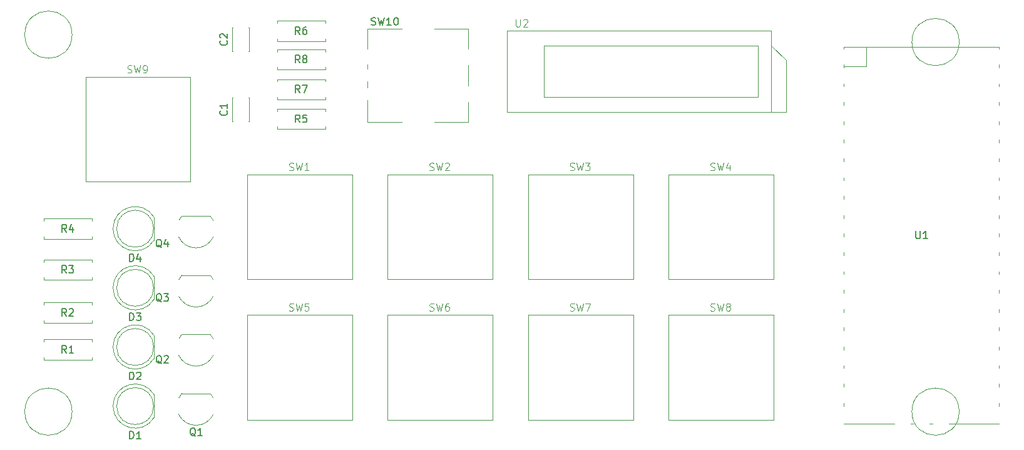
<source format=gbr>
%TF.GenerationSoftware,KiCad,Pcbnew,8.0.1*%
%TF.CreationDate,2024-04-20T14:30:11+01:00*%
%TF.ProjectId,macropad-rev1,6d616372-6f70-4616-942d-726576312e6b,r1*%
%TF.SameCoordinates,Original*%
%TF.FileFunction,Legend,Top*%
%TF.FilePolarity,Positive*%
%FSLAX46Y46*%
G04 Gerber Fmt 4.6, Leading zero omitted, Abs format (unit mm)*
G04 Created by KiCad (PCBNEW 8.0.1) date 2024-04-20 14:30:11*
%MOMM*%
%LPD*%
G01*
G04 APERTURE LIST*
%ADD10C,0.100000*%
%ADD11C,0.150000*%
%ADD12C,0.120000*%
G04 APERTURE END LIST*
D10*
X94200000Y-74000000D02*
G75*
G02*
X87800000Y-74000000I-3200000J0D01*
G01*
X87800000Y-74000000D02*
G75*
G02*
X94200000Y-74000000I3200000J0D01*
G01*
X94200000Y-125000000D02*
G75*
G02*
X87800000Y-125000000I-3200000J0D01*
G01*
X87800000Y-125000000D02*
G75*
G02*
X94200000Y-125000000I3200000J0D01*
G01*
X214200000Y-75000000D02*
G75*
G02*
X207800000Y-75000000I-3200000J0D01*
G01*
X207800000Y-75000000D02*
G75*
G02*
X214200000Y-75000000I3200000J0D01*
G01*
X214200000Y-125000000D02*
G75*
G02*
X207800000Y-125000000I-3200000J0D01*
G01*
X207800000Y-125000000D02*
G75*
G02*
X214200000Y-125000000I3200000J0D01*
G01*
X123566667Y-111309800D02*
X123709524Y-111357419D01*
X123709524Y-111357419D02*
X123947619Y-111357419D01*
X123947619Y-111357419D02*
X124042857Y-111309800D01*
X124042857Y-111309800D02*
X124090476Y-111262180D01*
X124090476Y-111262180D02*
X124138095Y-111166942D01*
X124138095Y-111166942D02*
X124138095Y-111071704D01*
X124138095Y-111071704D02*
X124090476Y-110976466D01*
X124090476Y-110976466D02*
X124042857Y-110928847D01*
X124042857Y-110928847D02*
X123947619Y-110881228D01*
X123947619Y-110881228D02*
X123757143Y-110833609D01*
X123757143Y-110833609D02*
X123661905Y-110785990D01*
X123661905Y-110785990D02*
X123614286Y-110738371D01*
X123614286Y-110738371D02*
X123566667Y-110643133D01*
X123566667Y-110643133D02*
X123566667Y-110547895D01*
X123566667Y-110547895D02*
X123614286Y-110452657D01*
X123614286Y-110452657D02*
X123661905Y-110405038D01*
X123661905Y-110405038D02*
X123757143Y-110357419D01*
X123757143Y-110357419D02*
X123995238Y-110357419D01*
X123995238Y-110357419D02*
X124138095Y-110405038D01*
X124471429Y-110357419D02*
X124709524Y-111357419D01*
X124709524Y-111357419D02*
X124900000Y-110643133D01*
X124900000Y-110643133D02*
X125090476Y-111357419D01*
X125090476Y-111357419D02*
X125328572Y-110357419D01*
X126185714Y-110357419D02*
X125709524Y-110357419D01*
X125709524Y-110357419D02*
X125661905Y-110833609D01*
X125661905Y-110833609D02*
X125709524Y-110785990D01*
X125709524Y-110785990D02*
X125804762Y-110738371D01*
X125804762Y-110738371D02*
X126042857Y-110738371D01*
X126042857Y-110738371D02*
X126138095Y-110785990D01*
X126138095Y-110785990D02*
X126185714Y-110833609D01*
X126185714Y-110833609D02*
X126233333Y-110928847D01*
X126233333Y-110928847D02*
X126233333Y-111166942D01*
X126233333Y-111166942D02*
X126185714Y-111262180D01*
X126185714Y-111262180D02*
X126138095Y-111309800D01*
X126138095Y-111309800D02*
X126042857Y-111357419D01*
X126042857Y-111357419D02*
X125804762Y-111357419D01*
X125804762Y-111357419D02*
X125709524Y-111309800D01*
X125709524Y-111309800D02*
X125661905Y-111262180D01*
D11*
X115109580Y-74816666D02*
X115157200Y-74864285D01*
X115157200Y-74864285D02*
X115204819Y-75007142D01*
X115204819Y-75007142D02*
X115204819Y-75102380D01*
X115204819Y-75102380D02*
X115157200Y-75245237D01*
X115157200Y-75245237D02*
X115061961Y-75340475D01*
X115061961Y-75340475D02*
X114966723Y-75388094D01*
X114966723Y-75388094D02*
X114776247Y-75435713D01*
X114776247Y-75435713D02*
X114633390Y-75435713D01*
X114633390Y-75435713D02*
X114442914Y-75388094D01*
X114442914Y-75388094D02*
X114347676Y-75340475D01*
X114347676Y-75340475D02*
X114252438Y-75245237D01*
X114252438Y-75245237D02*
X114204819Y-75102380D01*
X114204819Y-75102380D02*
X114204819Y-75007142D01*
X114204819Y-75007142D02*
X114252438Y-74864285D01*
X114252438Y-74864285D02*
X114300057Y-74816666D01*
X114300057Y-74435713D02*
X114252438Y-74388094D01*
X114252438Y-74388094D02*
X114204819Y-74292856D01*
X114204819Y-74292856D02*
X114204819Y-74054761D01*
X114204819Y-74054761D02*
X114252438Y-73959523D01*
X114252438Y-73959523D02*
X114300057Y-73911904D01*
X114300057Y-73911904D02*
X114395295Y-73864285D01*
X114395295Y-73864285D02*
X114490533Y-73864285D01*
X114490533Y-73864285D02*
X114633390Y-73911904D01*
X114633390Y-73911904D02*
X115204819Y-74483332D01*
X115204819Y-74483332D02*
X115204819Y-73864285D01*
X110904761Y-128300057D02*
X110809523Y-128252438D01*
X110809523Y-128252438D02*
X110714285Y-128157200D01*
X110714285Y-128157200D02*
X110571428Y-128014342D01*
X110571428Y-128014342D02*
X110476190Y-127966723D01*
X110476190Y-127966723D02*
X110380952Y-127966723D01*
X110428571Y-128204819D02*
X110333333Y-128157200D01*
X110333333Y-128157200D02*
X110238095Y-128061961D01*
X110238095Y-128061961D02*
X110190476Y-127871485D01*
X110190476Y-127871485D02*
X110190476Y-127538152D01*
X110190476Y-127538152D02*
X110238095Y-127347676D01*
X110238095Y-127347676D02*
X110333333Y-127252438D01*
X110333333Y-127252438D02*
X110428571Y-127204819D01*
X110428571Y-127204819D02*
X110619047Y-127204819D01*
X110619047Y-127204819D02*
X110714285Y-127252438D01*
X110714285Y-127252438D02*
X110809523Y-127347676D01*
X110809523Y-127347676D02*
X110857142Y-127538152D01*
X110857142Y-127538152D02*
X110857142Y-127871485D01*
X110857142Y-127871485D02*
X110809523Y-128061961D01*
X110809523Y-128061961D02*
X110714285Y-128157200D01*
X110714285Y-128157200D02*
X110619047Y-128204819D01*
X110619047Y-128204819D02*
X110428571Y-128204819D01*
X111809523Y-128204819D02*
X111238095Y-128204819D01*
X111523809Y-128204819D02*
X111523809Y-127204819D01*
X111523809Y-127204819D02*
X111428571Y-127347676D01*
X111428571Y-127347676D02*
X111333333Y-127442914D01*
X111333333Y-127442914D02*
X111238095Y-127490533D01*
D10*
X180566667Y-111309800D02*
X180709524Y-111357419D01*
X180709524Y-111357419D02*
X180947619Y-111357419D01*
X180947619Y-111357419D02*
X181042857Y-111309800D01*
X181042857Y-111309800D02*
X181090476Y-111262180D01*
X181090476Y-111262180D02*
X181138095Y-111166942D01*
X181138095Y-111166942D02*
X181138095Y-111071704D01*
X181138095Y-111071704D02*
X181090476Y-110976466D01*
X181090476Y-110976466D02*
X181042857Y-110928847D01*
X181042857Y-110928847D02*
X180947619Y-110881228D01*
X180947619Y-110881228D02*
X180757143Y-110833609D01*
X180757143Y-110833609D02*
X180661905Y-110785990D01*
X180661905Y-110785990D02*
X180614286Y-110738371D01*
X180614286Y-110738371D02*
X180566667Y-110643133D01*
X180566667Y-110643133D02*
X180566667Y-110547895D01*
X180566667Y-110547895D02*
X180614286Y-110452657D01*
X180614286Y-110452657D02*
X180661905Y-110405038D01*
X180661905Y-110405038D02*
X180757143Y-110357419D01*
X180757143Y-110357419D02*
X180995238Y-110357419D01*
X180995238Y-110357419D02*
X181138095Y-110405038D01*
X181471429Y-110357419D02*
X181709524Y-111357419D01*
X181709524Y-111357419D02*
X181900000Y-110643133D01*
X181900000Y-110643133D02*
X182090476Y-111357419D01*
X182090476Y-111357419D02*
X182328572Y-110357419D01*
X182852381Y-110785990D02*
X182757143Y-110738371D01*
X182757143Y-110738371D02*
X182709524Y-110690752D01*
X182709524Y-110690752D02*
X182661905Y-110595514D01*
X182661905Y-110595514D02*
X182661905Y-110547895D01*
X182661905Y-110547895D02*
X182709524Y-110452657D01*
X182709524Y-110452657D02*
X182757143Y-110405038D01*
X182757143Y-110405038D02*
X182852381Y-110357419D01*
X182852381Y-110357419D02*
X183042857Y-110357419D01*
X183042857Y-110357419D02*
X183138095Y-110405038D01*
X183138095Y-110405038D02*
X183185714Y-110452657D01*
X183185714Y-110452657D02*
X183233333Y-110547895D01*
X183233333Y-110547895D02*
X183233333Y-110595514D01*
X183233333Y-110595514D02*
X183185714Y-110690752D01*
X183185714Y-110690752D02*
X183138095Y-110738371D01*
X183138095Y-110738371D02*
X183042857Y-110785990D01*
X183042857Y-110785990D02*
X182852381Y-110785990D01*
X182852381Y-110785990D02*
X182757143Y-110833609D01*
X182757143Y-110833609D02*
X182709524Y-110881228D01*
X182709524Y-110881228D02*
X182661905Y-110976466D01*
X182661905Y-110976466D02*
X182661905Y-111166942D01*
X182661905Y-111166942D02*
X182709524Y-111262180D01*
X182709524Y-111262180D02*
X182757143Y-111309800D01*
X182757143Y-111309800D02*
X182852381Y-111357419D01*
X182852381Y-111357419D02*
X183042857Y-111357419D01*
X183042857Y-111357419D02*
X183138095Y-111309800D01*
X183138095Y-111309800D02*
X183185714Y-111262180D01*
X183185714Y-111262180D02*
X183233333Y-111166942D01*
X183233333Y-111166942D02*
X183233333Y-110976466D01*
X183233333Y-110976466D02*
X183185714Y-110881228D01*
X183185714Y-110881228D02*
X183138095Y-110833609D01*
X183138095Y-110833609D02*
X183042857Y-110785990D01*
D11*
X101991905Y-128664819D02*
X101991905Y-127664819D01*
X101991905Y-127664819D02*
X102230000Y-127664819D01*
X102230000Y-127664819D02*
X102372857Y-127712438D01*
X102372857Y-127712438D02*
X102468095Y-127807676D01*
X102468095Y-127807676D02*
X102515714Y-127902914D01*
X102515714Y-127902914D02*
X102563333Y-128093390D01*
X102563333Y-128093390D02*
X102563333Y-128236247D01*
X102563333Y-128236247D02*
X102515714Y-128426723D01*
X102515714Y-128426723D02*
X102468095Y-128521961D01*
X102468095Y-128521961D02*
X102372857Y-128617200D01*
X102372857Y-128617200D02*
X102230000Y-128664819D01*
X102230000Y-128664819D02*
X101991905Y-128664819D01*
X103515714Y-128664819D02*
X102944286Y-128664819D01*
X103230000Y-128664819D02*
X103230000Y-127664819D01*
X103230000Y-127664819D02*
X103134762Y-127807676D01*
X103134762Y-127807676D02*
X103039524Y-127902914D01*
X103039524Y-127902914D02*
X102944286Y-127950533D01*
X101991905Y-112664819D02*
X101991905Y-111664819D01*
X101991905Y-111664819D02*
X102230000Y-111664819D01*
X102230000Y-111664819D02*
X102372857Y-111712438D01*
X102372857Y-111712438D02*
X102468095Y-111807676D01*
X102468095Y-111807676D02*
X102515714Y-111902914D01*
X102515714Y-111902914D02*
X102563333Y-112093390D01*
X102563333Y-112093390D02*
X102563333Y-112236247D01*
X102563333Y-112236247D02*
X102515714Y-112426723D01*
X102515714Y-112426723D02*
X102468095Y-112521961D01*
X102468095Y-112521961D02*
X102372857Y-112617200D01*
X102372857Y-112617200D02*
X102230000Y-112664819D01*
X102230000Y-112664819D02*
X101991905Y-112664819D01*
X102896667Y-111664819D02*
X103515714Y-111664819D01*
X103515714Y-111664819D02*
X103182381Y-112045771D01*
X103182381Y-112045771D02*
X103325238Y-112045771D01*
X103325238Y-112045771D02*
X103420476Y-112093390D01*
X103420476Y-112093390D02*
X103468095Y-112141009D01*
X103468095Y-112141009D02*
X103515714Y-112236247D01*
X103515714Y-112236247D02*
X103515714Y-112474342D01*
X103515714Y-112474342D02*
X103468095Y-112569580D01*
X103468095Y-112569580D02*
X103420476Y-112617200D01*
X103420476Y-112617200D02*
X103325238Y-112664819D01*
X103325238Y-112664819D02*
X103039524Y-112664819D01*
X103039524Y-112664819D02*
X102944286Y-112617200D01*
X102944286Y-112617200D02*
X102896667Y-112569580D01*
D10*
X142566667Y-92309800D02*
X142709524Y-92357419D01*
X142709524Y-92357419D02*
X142947619Y-92357419D01*
X142947619Y-92357419D02*
X143042857Y-92309800D01*
X143042857Y-92309800D02*
X143090476Y-92262180D01*
X143090476Y-92262180D02*
X143138095Y-92166942D01*
X143138095Y-92166942D02*
X143138095Y-92071704D01*
X143138095Y-92071704D02*
X143090476Y-91976466D01*
X143090476Y-91976466D02*
X143042857Y-91928847D01*
X143042857Y-91928847D02*
X142947619Y-91881228D01*
X142947619Y-91881228D02*
X142757143Y-91833609D01*
X142757143Y-91833609D02*
X142661905Y-91785990D01*
X142661905Y-91785990D02*
X142614286Y-91738371D01*
X142614286Y-91738371D02*
X142566667Y-91643133D01*
X142566667Y-91643133D02*
X142566667Y-91547895D01*
X142566667Y-91547895D02*
X142614286Y-91452657D01*
X142614286Y-91452657D02*
X142661905Y-91405038D01*
X142661905Y-91405038D02*
X142757143Y-91357419D01*
X142757143Y-91357419D02*
X142995238Y-91357419D01*
X142995238Y-91357419D02*
X143138095Y-91405038D01*
X143471429Y-91357419D02*
X143709524Y-92357419D01*
X143709524Y-92357419D02*
X143900000Y-91643133D01*
X143900000Y-91643133D02*
X144090476Y-92357419D01*
X144090476Y-92357419D02*
X144328572Y-91357419D01*
X144661905Y-91452657D02*
X144709524Y-91405038D01*
X144709524Y-91405038D02*
X144804762Y-91357419D01*
X144804762Y-91357419D02*
X145042857Y-91357419D01*
X145042857Y-91357419D02*
X145138095Y-91405038D01*
X145138095Y-91405038D02*
X145185714Y-91452657D01*
X145185714Y-91452657D02*
X145233333Y-91547895D01*
X145233333Y-91547895D02*
X145233333Y-91643133D01*
X145233333Y-91643133D02*
X145185714Y-91785990D01*
X145185714Y-91785990D02*
X144614286Y-92357419D01*
X144614286Y-92357419D02*
X145233333Y-92357419D01*
D11*
X106324761Y-110150057D02*
X106229523Y-110102438D01*
X106229523Y-110102438D02*
X106134285Y-110007200D01*
X106134285Y-110007200D02*
X105991428Y-109864342D01*
X105991428Y-109864342D02*
X105896190Y-109816723D01*
X105896190Y-109816723D02*
X105800952Y-109816723D01*
X105848571Y-110054819D02*
X105753333Y-110007200D01*
X105753333Y-110007200D02*
X105658095Y-109911961D01*
X105658095Y-109911961D02*
X105610476Y-109721485D01*
X105610476Y-109721485D02*
X105610476Y-109388152D01*
X105610476Y-109388152D02*
X105658095Y-109197676D01*
X105658095Y-109197676D02*
X105753333Y-109102438D01*
X105753333Y-109102438D02*
X105848571Y-109054819D01*
X105848571Y-109054819D02*
X106039047Y-109054819D01*
X106039047Y-109054819D02*
X106134285Y-109102438D01*
X106134285Y-109102438D02*
X106229523Y-109197676D01*
X106229523Y-109197676D02*
X106277142Y-109388152D01*
X106277142Y-109388152D02*
X106277142Y-109721485D01*
X106277142Y-109721485D02*
X106229523Y-109911961D01*
X106229523Y-109911961D02*
X106134285Y-110007200D01*
X106134285Y-110007200D02*
X106039047Y-110054819D01*
X106039047Y-110054819D02*
X105848571Y-110054819D01*
X106610476Y-109054819D02*
X107229523Y-109054819D01*
X107229523Y-109054819D02*
X106896190Y-109435771D01*
X106896190Y-109435771D02*
X107039047Y-109435771D01*
X107039047Y-109435771D02*
X107134285Y-109483390D01*
X107134285Y-109483390D02*
X107181904Y-109531009D01*
X107181904Y-109531009D02*
X107229523Y-109626247D01*
X107229523Y-109626247D02*
X107229523Y-109864342D01*
X107229523Y-109864342D02*
X107181904Y-109959580D01*
X107181904Y-109959580D02*
X107134285Y-110007200D01*
X107134285Y-110007200D02*
X107039047Y-110054819D01*
X107039047Y-110054819D02*
X106753333Y-110054819D01*
X106753333Y-110054819D02*
X106658095Y-110007200D01*
X106658095Y-110007200D02*
X106610476Y-109959580D01*
X93443333Y-112054819D02*
X93110000Y-111578628D01*
X92871905Y-112054819D02*
X92871905Y-111054819D01*
X92871905Y-111054819D02*
X93252857Y-111054819D01*
X93252857Y-111054819D02*
X93348095Y-111102438D01*
X93348095Y-111102438D02*
X93395714Y-111150057D01*
X93395714Y-111150057D02*
X93443333Y-111245295D01*
X93443333Y-111245295D02*
X93443333Y-111388152D01*
X93443333Y-111388152D02*
X93395714Y-111483390D01*
X93395714Y-111483390D02*
X93348095Y-111531009D01*
X93348095Y-111531009D02*
X93252857Y-111578628D01*
X93252857Y-111578628D02*
X92871905Y-111578628D01*
X93824286Y-111150057D02*
X93871905Y-111102438D01*
X93871905Y-111102438D02*
X93967143Y-111054819D01*
X93967143Y-111054819D02*
X94205238Y-111054819D01*
X94205238Y-111054819D02*
X94300476Y-111102438D01*
X94300476Y-111102438D02*
X94348095Y-111150057D01*
X94348095Y-111150057D02*
X94395714Y-111245295D01*
X94395714Y-111245295D02*
X94395714Y-111340533D01*
X94395714Y-111340533D02*
X94348095Y-111483390D01*
X94348095Y-111483390D02*
X93776667Y-112054819D01*
X93776667Y-112054819D02*
X94395714Y-112054819D01*
D10*
X161566667Y-111309800D02*
X161709524Y-111357419D01*
X161709524Y-111357419D02*
X161947619Y-111357419D01*
X161947619Y-111357419D02*
X162042857Y-111309800D01*
X162042857Y-111309800D02*
X162090476Y-111262180D01*
X162090476Y-111262180D02*
X162138095Y-111166942D01*
X162138095Y-111166942D02*
X162138095Y-111071704D01*
X162138095Y-111071704D02*
X162090476Y-110976466D01*
X162090476Y-110976466D02*
X162042857Y-110928847D01*
X162042857Y-110928847D02*
X161947619Y-110881228D01*
X161947619Y-110881228D02*
X161757143Y-110833609D01*
X161757143Y-110833609D02*
X161661905Y-110785990D01*
X161661905Y-110785990D02*
X161614286Y-110738371D01*
X161614286Y-110738371D02*
X161566667Y-110643133D01*
X161566667Y-110643133D02*
X161566667Y-110547895D01*
X161566667Y-110547895D02*
X161614286Y-110452657D01*
X161614286Y-110452657D02*
X161661905Y-110405038D01*
X161661905Y-110405038D02*
X161757143Y-110357419D01*
X161757143Y-110357419D02*
X161995238Y-110357419D01*
X161995238Y-110357419D02*
X162138095Y-110405038D01*
X162471429Y-110357419D02*
X162709524Y-111357419D01*
X162709524Y-111357419D02*
X162900000Y-110643133D01*
X162900000Y-110643133D02*
X163090476Y-111357419D01*
X163090476Y-111357419D02*
X163328572Y-110357419D01*
X163614286Y-110357419D02*
X164280952Y-110357419D01*
X164280952Y-110357419D02*
X163852381Y-111357419D01*
D11*
X106324761Y-118500057D02*
X106229523Y-118452438D01*
X106229523Y-118452438D02*
X106134285Y-118357200D01*
X106134285Y-118357200D02*
X105991428Y-118214342D01*
X105991428Y-118214342D02*
X105896190Y-118166723D01*
X105896190Y-118166723D02*
X105800952Y-118166723D01*
X105848571Y-118404819D02*
X105753333Y-118357200D01*
X105753333Y-118357200D02*
X105658095Y-118261961D01*
X105658095Y-118261961D02*
X105610476Y-118071485D01*
X105610476Y-118071485D02*
X105610476Y-117738152D01*
X105610476Y-117738152D02*
X105658095Y-117547676D01*
X105658095Y-117547676D02*
X105753333Y-117452438D01*
X105753333Y-117452438D02*
X105848571Y-117404819D01*
X105848571Y-117404819D02*
X106039047Y-117404819D01*
X106039047Y-117404819D02*
X106134285Y-117452438D01*
X106134285Y-117452438D02*
X106229523Y-117547676D01*
X106229523Y-117547676D02*
X106277142Y-117738152D01*
X106277142Y-117738152D02*
X106277142Y-118071485D01*
X106277142Y-118071485D02*
X106229523Y-118261961D01*
X106229523Y-118261961D02*
X106134285Y-118357200D01*
X106134285Y-118357200D02*
X106039047Y-118404819D01*
X106039047Y-118404819D02*
X105848571Y-118404819D01*
X106658095Y-117500057D02*
X106705714Y-117452438D01*
X106705714Y-117452438D02*
X106800952Y-117404819D01*
X106800952Y-117404819D02*
X107039047Y-117404819D01*
X107039047Y-117404819D02*
X107134285Y-117452438D01*
X107134285Y-117452438D02*
X107181904Y-117500057D01*
X107181904Y-117500057D02*
X107229523Y-117595295D01*
X107229523Y-117595295D02*
X107229523Y-117690533D01*
X107229523Y-117690533D02*
X107181904Y-117833390D01*
X107181904Y-117833390D02*
X106610476Y-118404819D01*
X106610476Y-118404819D02*
X107229523Y-118404819D01*
X93443333Y-106254819D02*
X93110000Y-105778628D01*
X92871905Y-106254819D02*
X92871905Y-105254819D01*
X92871905Y-105254819D02*
X93252857Y-105254819D01*
X93252857Y-105254819D02*
X93348095Y-105302438D01*
X93348095Y-105302438D02*
X93395714Y-105350057D01*
X93395714Y-105350057D02*
X93443333Y-105445295D01*
X93443333Y-105445295D02*
X93443333Y-105588152D01*
X93443333Y-105588152D02*
X93395714Y-105683390D01*
X93395714Y-105683390D02*
X93348095Y-105731009D01*
X93348095Y-105731009D02*
X93252857Y-105778628D01*
X93252857Y-105778628D02*
X92871905Y-105778628D01*
X93776667Y-105254819D02*
X94395714Y-105254819D01*
X94395714Y-105254819D02*
X94062381Y-105635771D01*
X94062381Y-105635771D02*
X94205238Y-105635771D01*
X94205238Y-105635771D02*
X94300476Y-105683390D01*
X94300476Y-105683390D02*
X94348095Y-105731009D01*
X94348095Y-105731009D02*
X94395714Y-105826247D01*
X94395714Y-105826247D02*
X94395714Y-106064342D01*
X94395714Y-106064342D02*
X94348095Y-106159580D01*
X94348095Y-106159580D02*
X94300476Y-106207200D01*
X94300476Y-106207200D02*
X94205238Y-106254819D01*
X94205238Y-106254819D02*
X93919524Y-106254819D01*
X93919524Y-106254819D02*
X93824286Y-106207200D01*
X93824286Y-106207200D02*
X93776667Y-106159580D01*
X125023333Y-73954819D02*
X124690000Y-73478628D01*
X124451905Y-73954819D02*
X124451905Y-72954819D01*
X124451905Y-72954819D02*
X124832857Y-72954819D01*
X124832857Y-72954819D02*
X124928095Y-73002438D01*
X124928095Y-73002438D02*
X124975714Y-73050057D01*
X124975714Y-73050057D02*
X125023333Y-73145295D01*
X125023333Y-73145295D02*
X125023333Y-73288152D01*
X125023333Y-73288152D02*
X124975714Y-73383390D01*
X124975714Y-73383390D02*
X124928095Y-73431009D01*
X124928095Y-73431009D02*
X124832857Y-73478628D01*
X124832857Y-73478628D02*
X124451905Y-73478628D01*
X125880476Y-72954819D02*
X125690000Y-72954819D01*
X125690000Y-72954819D02*
X125594762Y-73002438D01*
X125594762Y-73002438D02*
X125547143Y-73050057D01*
X125547143Y-73050057D02*
X125451905Y-73192914D01*
X125451905Y-73192914D02*
X125404286Y-73383390D01*
X125404286Y-73383390D02*
X125404286Y-73764342D01*
X125404286Y-73764342D02*
X125451905Y-73859580D01*
X125451905Y-73859580D02*
X125499524Y-73907200D01*
X125499524Y-73907200D02*
X125594762Y-73954819D01*
X125594762Y-73954819D02*
X125785238Y-73954819D01*
X125785238Y-73954819D02*
X125880476Y-73907200D01*
X125880476Y-73907200D02*
X125928095Y-73859580D01*
X125928095Y-73859580D02*
X125975714Y-73764342D01*
X125975714Y-73764342D02*
X125975714Y-73526247D01*
X125975714Y-73526247D02*
X125928095Y-73431009D01*
X125928095Y-73431009D02*
X125880476Y-73383390D01*
X125880476Y-73383390D02*
X125785238Y-73335771D01*
X125785238Y-73335771D02*
X125594762Y-73335771D01*
X125594762Y-73335771D02*
X125499524Y-73383390D01*
X125499524Y-73383390D02*
X125451905Y-73431009D01*
X125451905Y-73431009D02*
X125404286Y-73526247D01*
X106324761Y-102800057D02*
X106229523Y-102752438D01*
X106229523Y-102752438D02*
X106134285Y-102657200D01*
X106134285Y-102657200D02*
X105991428Y-102514342D01*
X105991428Y-102514342D02*
X105896190Y-102466723D01*
X105896190Y-102466723D02*
X105800952Y-102466723D01*
X105848571Y-102704819D02*
X105753333Y-102657200D01*
X105753333Y-102657200D02*
X105658095Y-102561961D01*
X105658095Y-102561961D02*
X105610476Y-102371485D01*
X105610476Y-102371485D02*
X105610476Y-102038152D01*
X105610476Y-102038152D02*
X105658095Y-101847676D01*
X105658095Y-101847676D02*
X105753333Y-101752438D01*
X105753333Y-101752438D02*
X105848571Y-101704819D01*
X105848571Y-101704819D02*
X106039047Y-101704819D01*
X106039047Y-101704819D02*
X106134285Y-101752438D01*
X106134285Y-101752438D02*
X106229523Y-101847676D01*
X106229523Y-101847676D02*
X106277142Y-102038152D01*
X106277142Y-102038152D02*
X106277142Y-102371485D01*
X106277142Y-102371485D02*
X106229523Y-102561961D01*
X106229523Y-102561961D02*
X106134285Y-102657200D01*
X106134285Y-102657200D02*
X106039047Y-102704819D01*
X106039047Y-102704819D02*
X105848571Y-102704819D01*
X107134285Y-102038152D02*
X107134285Y-102704819D01*
X106896190Y-101657200D02*
X106658095Y-102371485D01*
X106658095Y-102371485D02*
X107277142Y-102371485D01*
X125023333Y-77804819D02*
X124690000Y-77328628D01*
X124451905Y-77804819D02*
X124451905Y-76804819D01*
X124451905Y-76804819D02*
X124832857Y-76804819D01*
X124832857Y-76804819D02*
X124928095Y-76852438D01*
X124928095Y-76852438D02*
X124975714Y-76900057D01*
X124975714Y-76900057D02*
X125023333Y-76995295D01*
X125023333Y-76995295D02*
X125023333Y-77138152D01*
X125023333Y-77138152D02*
X124975714Y-77233390D01*
X124975714Y-77233390D02*
X124928095Y-77281009D01*
X124928095Y-77281009D02*
X124832857Y-77328628D01*
X124832857Y-77328628D02*
X124451905Y-77328628D01*
X125594762Y-77233390D02*
X125499524Y-77185771D01*
X125499524Y-77185771D02*
X125451905Y-77138152D01*
X125451905Y-77138152D02*
X125404286Y-77042914D01*
X125404286Y-77042914D02*
X125404286Y-76995295D01*
X125404286Y-76995295D02*
X125451905Y-76900057D01*
X125451905Y-76900057D02*
X125499524Y-76852438D01*
X125499524Y-76852438D02*
X125594762Y-76804819D01*
X125594762Y-76804819D02*
X125785238Y-76804819D01*
X125785238Y-76804819D02*
X125880476Y-76852438D01*
X125880476Y-76852438D02*
X125928095Y-76900057D01*
X125928095Y-76900057D02*
X125975714Y-76995295D01*
X125975714Y-76995295D02*
X125975714Y-77042914D01*
X125975714Y-77042914D02*
X125928095Y-77138152D01*
X125928095Y-77138152D02*
X125880476Y-77185771D01*
X125880476Y-77185771D02*
X125785238Y-77233390D01*
X125785238Y-77233390D02*
X125594762Y-77233390D01*
X125594762Y-77233390D02*
X125499524Y-77281009D01*
X125499524Y-77281009D02*
X125451905Y-77328628D01*
X125451905Y-77328628D02*
X125404286Y-77423866D01*
X125404286Y-77423866D02*
X125404286Y-77614342D01*
X125404286Y-77614342D02*
X125451905Y-77709580D01*
X125451905Y-77709580D02*
X125499524Y-77757200D01*
X125499524Y-77757200D02*
X125594762Y-77804819D01*
X125594762Y-77804819D02*
X125785238Y-77804819D01*
X125785238Y-77804819D02*
X125880476Y-77757200D01*
X125880476Y-77757200D02*
X125928095Y-77709580D01*
X125928095Y-77709580D02*
X125975714Y-77614342D01*
X125975714Y-77614342D02*
X125975714Y-77423866D01*
X125975714Y-77423866D02*
X125928095Y-77328628D01*
X125928095Y-77328628D02*
X125880476Y-77281009D01*
X125880476Y-77281009D02*
X125785238Y-77233390D01*
X101991905Y-120664819D02*
X101991905Y-119664819D01*
X101991905Y-119664819D02*
X102230000Y-119664819D01*
X102230000Y-119664819D02*
X102372857Y-119712438D01*
X102372857Y-119712438D02*
X102468095Y-119807676D01*
X102468095Y-119807676D02*
X102515714Y-119902914D01*
X102515714Y-119902914D02*
X102563333Y-120093390D01*
X102563333Y-120093390D02*
X102563333Y-120236247D01*
X102563333Y-120236247D02*
X102515714Y-120426723D01*
X102515714Y-120426723D02*
X102468095Y-120521961D01*
X102468095Y-120521961D02*
X102372857Y-120617200D01*
X102372857Y-120617200D02*
X102230000Y-120664819D01*
X102230000Y-120664819D02*
X101991905Y-120664819D01*
X102944286Y-119760057D02*
X102991905Y-119712438D01*
X102991905Y-119712438D02*
X103087143Y-119664819D01*
X103087143Y-119664819D02*
X103325238Y-119664819D01*
X103325238Y-119664819D02*
X103420476Y-119712438D01*
X103420476Y-119712438D02*
X103468095Y-119760057D01*
X103468095Y-119760057D02*
X103515714Y-119855295D01*
X103515714Y-119855295D02*
X103515714Y-119950533D01*
X103515714Y-119950533D02*
X103468095Y-120093390D01*
X103468095Y-120093390D02*
X102896667Y-120664819D01*
X102896667Y-120664819D02*
X103515714Y-120664819D01*
X93443333Y-117054819D02*
X93110000Y-116578628D01*
X92871905Y-117054819D02*
X92871905Y-116054819D01*
X92871905Y-116054819D02*
X93252857Y-116054819D01*
X93252857Y-116054819D02*
X93348095Y-116102438D01*
X93348095Y-116102438D02*
X93395714Y-116150057D01*
X93395714Y-116150057D02*
X93443333Y-116245295D01*
X93443333Y-116245295D02*
X93443333Y-116388152D01*
X93443333Y-116388152D02*
X93395714Y-116483390D01*
X93395714Y-116483390D02*
X93348095Y-116531009D01*
X93348095Y-116531009D02*
X93252857Y-116578628D01*
X93252857Y-116578628D02*
X92871905Y-116578628D01*
X94395714Y-117054819D02*
X93824286Y-117054819D01*
X94110000Y-117054819D02*
X94110000Y-116054819D01*
X94110000Y-116054819D02*
X94014762Y-116197676D01*
X94014762Y-116197676D02*
X93919524Y-116292914D01*
X93919524Y-116292914D02*
X93824286Y-116340533D01*
X101991905Y-104664819D02*
X101991905Y-103664819D01*
X101991905Y-103664819D02*
X102230000Y-103664819D01*
X102230000Y-103664819D02*
X102372857Y-103712438D01*
X102372857Y-103712438D02*
X102468095Y-103807676D01*
X102468095Y-103807676D02*
X102515714Y-103902914D01*
X102515714Y-103902914D02*
X102563333Y-104093390D01*
X102563333Y-104093390D02*
X102563333Y-104236247D01*
X102563333Y-104236247D02*
X102515714Y-104426723D01*
X102515714Y-104426723D02*
X102468095Y-104521961D01*
X102468095Y-104521961D02*
X102372857Y-104617200D01*
X102372857Y-104617200D02*
X102230000Y-104664819D01*
X102230000Y-104664819D02*
X101991905Y-104664819D01*
X103420476Y-103998152D02*
X103420476Y-104664819D01*
X103182381Y-103617200D02*
X102944286Y-104331485D01*
X102944286Y-104331485D02*
X103563333Y-104331485D01*
D10*
X101686667Y-79109800D02*
X101829524Y-79157419D01*
X101829524Y-79157419D02*
X102067619Y-79157419D01*
X102067619Y-79157419D02*
X102162857Y-79109800D01*
X102162857Y-79109800D02*
X102210476Y-79062180D01*
X102210476Y-79062180D02*
X102258095Y-78966942D01*
X102258095Y-78966942D02*
X102258095Y-78871704D01*
X102258095Y-78871704D02*
X102210476Y-78776466D01*
X102210476Y-78776466D02*
X102162857Y-78728847D01*
X102162857Y-78728847D02*
X102067619Y-78681228D01*
X102067619Y-78681228D02*
X101877143Y-78633609D01*
X101877143Y-78633609D02*
X101781905Y-78585990D01*
X101781905Y-78585990D02*
X101734286Y-78538371D01*
X101734286Y-78538371D02*
X101686667Y-78443133D01*
X101686667Y-78443133D02*
X101686667Y-78347895D01*
X101686667Y-78347895D02*
X101734286Y-78252657D01*
X101734286Y-78252657D02*
X101781905Y-78205038D01*
X101781905Y-78205038D02*
X101877143Y-78157419D01*
X101877143Y-78157419D02*
X102115238Y-78157419D01*
X102115238Y-78157419D02*
X102258095Y-78205038D01*
X102591429Y-78157419D02*
X102829524Y-79157419D01*
X102829524Y-79157419D02*
X103020000Y-78443133D01*
X103020000Y-78443133D02*
X103210476Y-79157419D01*
X103210476Y-79157419D02*
X103448572Y-78157419D01*
X103877143Y-79157419D02*
X104067619Y-79157419D01*
X104067619Y-79157419D02*
X104162857Y-79109800D01*
X104162857Y-79109800D02*
X104210476Y-79062180D01*
X104210476Y-79062180D02*
X104305714Y-78919323D01*
X104305714Y-78919323D02*
X104353333Y-78728847D01*
X104353333Y-78728847D02*
X104353333Y-78347895D01*
X104353333Y-78347895D02*
X104305714Y-78252657D01*
X104305714Y-78252657D02*
X104258095Y-78205038D01*
X104258095Y-78205038D02*
X104162857Y-78157419D01*
X104162857Y-78157419D02*
X103972381Y-78157419D01*
X103972381Y-78157419D02*
X103877143Y-78205038D01*
X103877143Y-78205038D02*
X103829524Y-78252657D01*
X103829524Y-78252657D02*
X103781905Y-78347895D01*
X103781905Y-78347895D02*
X103781905Y-78585990D01*
X103781905Y-78585990D02*
X103829524Y-78681228D01*
X103829524Y-78681228D02*
X103877143Y-78728847D01*
X103877143Y-78728847D02*
X103972381Y-78776466D01*
X103972381Y-78776466D02*
X104162857Y-78776466D01*
X104162857Y-78776466D02*
X104258095Y-78728847D01*
X104258095Y-78728847D02*
X104305714Y-78681228D01*
X104305714Y-78681228D02*
X104353333Y-78585990D01*
D11*
X125023333Y-81854819D02*
X124690000Y-81378628D01*
X124451905Y-81854819D02*
X124451905Y-80854819D01*
X124451905Y-80854819D02*
X124832857Y-80854819D01*
X124832857Y-80854819D02*
X124928095Y-80902438D01*
X124928095Y-80902438D02*
X124975714Y-80950057D01*
X124975714Y-80950057D02*
X125023333Y-81045295D01*
X125023333Y-81045295D02*
X125023333Y-81188152D01*
X125023333Y-81188152D02*
X124975714Y-81283390D01*
X124975714Y-81283390D02*
X124928095Y-81331009D01*
X124928095Y-81331009D02*
X124832857Y-81378628D01*
X124832857Y-81378628D02*
X124451905Y-81378628D01*
X125356667Y-80854819D02*
X126023333Y-80854819D01*
X126023333Y-80854819D02*
X125594762Y-81854819D01*
D10*
X123566667Y-92309800D02*
X123709524Y-92357419D01*
X123709524Y-92357419D02*
X123947619Y-92357419D01*
X123947619Y-92357419D02*
X124042857Y-92309800D01*
X124042857Y-92309800D02*
X124090476Y-92262180D01*
X124090476Y-92262180D02*
X124138095Y-92166942D01*
X124138095Y-92166942D02*
X124138095Y-92071704D01*
X124138095Y-92071704D02*
X124090476Y-91976466D01*
X124090476Y-91976466D02*
X124042857Y-91928847D01*
X124042857Y-91928847D02*
X123947619Y-91881228D01*
X123947619Y-91881228D02*
X123757143Y-91833609D01*
X123757143Y-91833609D02*
X123661905Y-91785990D01*
X123661905Y-91785990D02*
X123614286Y-91738371D01*
X123614286Y-91738371D02*
X123566667Y-91643133D01*
X123566667Y-91643133D02*
X123566667Y-91547895D01*
X123566667Y-91547895D02*
X123614286Y-91452657D01*
X123614286Y-91452657D02*
X123661905Y-91405038D01*
X123661905Y-91405038D02*
X123757143Y-91357419D01*
X123757143Y-91357419D02*
X123995238Y-91357419D01*
X123995238Y-91357419D02*
X124138095Y-91405038D01*
X124471429Y-91357419D02*
X124709524Y-92357419D01*
X124709524Y-92357419D02*
X124900000Y-91643133D01*
X124900000Y-91643133D02*
X125090476Y-92357419D01*
X125090476Y-92357419D02*
X125328572Y-91357419D01*
X126233333Y-92357419D02*
X125661905Y-92357419D01*
X125947619Y-92357419D02*
X125947619Y-91357419D01*
X125947619Y-91357419D02*
X125852381Y-91500276D01*
X125852381Y-91500276D02*
X125757143Y-91595514D01*
X125757143Y-91595514D02*
X125661905Y-91643133D01*
X161566667Y-92309800D02*
X161709524Y-92357419D01*
X161709524Y-92357419D02*
X161947619Y-92357419D01*
X161947619Y-92357419D02*
X162042857Y-92309800D01*
X162042857Y-92309800D02*
X162090476Y-92262180D01*
X162090476Y-92262180D02*
X162138095Y-92166942D01*
X162138095Y-92166942D02*
X162138095Y-92071704D01*
X162138095Y-92071704D02*
X162090476Y-91976466D01*
X162090476Y-91976466D02*
X162042857Y-91928847D01*
X162042857Y-91928847D02*
X161947619Y-91881228D01*
X161947619Y-91881228D02*
X161757143Y-91833609D01*
X161757143Y-91833609D02*
X161661905Y-91785990D01*
X161661905Y-91785990D02*
X161614286Y-91738371D01*
X161614286Y-91738371D02*
X161566667Y-91643133D01*
X161566667Y-91643133D02*
X161566667Y-91547895D01*
X161566667Y-91547895D02*
X161614286Y-91452657D01*
X161614286Y-91452657D02*
X161661905Y-91405038D01*
X161661905Y-91405038D02*
X161757143Y-91357419D01*
X161757143Y-91357419D02*
X161995238Y-91357419D01*
X161995238Y-91357419D02*
X162138095Y-91405038D01*
X162471429Y-91357419D02*
X162709524Y-92357419D01*
X162709524Y-92357419D02*
X162900000Y-91643133D01*
X162900000Y-91643133D02*
X163090476Y-92357419D01*
X163090476Y-92357419D02*
X163328572Y-91357419D01*
X163614286Y-91357419D02*
X164233333Y-91357419D01*
X164233333Y-91357419D02*
X163900000Y-91738371D01*
X163900000Y-91738371D02*
X164042857Y-91738371D01*
X164042857Y-91738371D02*
X164138095Y-91785990D01*
X164138095Y-91785990D02*
X164185714Y-91833609D01*
X164185714Y-91833609D02*
X164233333Y-91928847D01*
X164233333Y-91928847D02*
X164233333Y-92166942D01*
X164233333Y-92166942D02*
X164185714Y-92262180D01*
X164185714Y-92262180D02*
X164138095Y-92309800D01*
X164138095Y-92309800D02*
X164042857Y-92357419D01*
X164042857Y-92357419D02*
X163757143Y-92357419D01*
X163757143Y-92357419D02*
X163661905Y-92309800D01*
X163661905Y-92309800D02*
X163614286Y-92262180D01*
X154238095Y-71917419D02*
X154238095Y-72726942D01*
X154238095Y-72726942D02*
X154285714Y-72822180D01*
X154285714Y-72822180D02*
X154333333Y-72869800D01*
X154333333Y-72869800D02*
X154428571Y-72917419D01*
X154428571Y-72917419D02*
X154619047Y-72917419D01*
X154619047Y-72917419D02*
X154714285Y-72869800D01*
X154714285Y-72869800D02*
X154761904Y-72822180D01*
X154761904Y-72822180D02*
X154809523Y-72726942D01*
X154809523Y-72726942D02*
X154809523Y-71917419D01*
X155238095Y-72012657D02*
X155285714Y-71965038D01*
X155285714Y-71965038D02*
X155380952Y-71917419D01*
X155380952Y-71917419D02*
X155619047Y-71917419D01*
X155619047Y-71917419D02*
X155714285Y-71965038D01*
X155714285Y-71965038D02*
X155761904Y-72012657D01*
X155761904Y-72012657D02*
X155809523Y-72107895D01*
X155809523Y-72107895D02*
X155809523Y-72203133D01*
X155809523Y-72203133D02*
X155761904Y-72345990D01*
X155761904Y-72345990D02*
X155190476Y-72917419D01*
X155190476Y-72917419D02*
X155809523Y-72917419D01*
D11*
X134690476Y-72657200D02*
X134833333Y-72704819D01*
X134833333Y-72704819D02*
X135071428Y-72704819D01*
X135071428Y-72704819D02*
X135166666Y-72657200D01*
X135166666Y-72657200D02*
X135214285Y-72609580D01*
X135214285Y-72609580D02*
X135261904Y-72514342D01*
X135261904Y-72514342D02*
X135261904Y-72419104D01*
X135261904Y-72419104D02*
X135214285Y-72323866D01*
X135214285Y-72323866D02*
X135166666Y-72276247D01*
X135166666Y-72276247D02*
X135071428Y-72228628D01*
X135071428Y-72228628D02*
X134880952Y-72181009D01*
X134880952Y-72181009D02*
X134785714Y-72133390D01*
X134785714Y-72133390D02*
X134738095Y-72085771D01*
X134738095Y-72085771D02*
X134690476Y-71990533D01*
X134690476Y-71990533D02*
X134690476Y-71895295D01*
X134690476Y-71895295D02*
X134738095Y-71800057D01*
X134738095Y-71800057D02*
X134785714Y-71752438D01*
X134785714Y-71752438D02*
X134880952Y-71704819D01*
X134880952Y-71704819D02*
X135119047Y-71704819D01*
X135119047Y-71704819D02*
X135261904Y-71752438D01*
X135595238Y-71704819D02*
X135833333Y-72704819D01*
X135833333Y-72704819D02*
X136023809Y-71990533D01*
X136023809Y-71990533D02*
X136214285Y-72704819D01*
X136214285Y-72704819D02*
X136452381Y-71704819D01*
X137357142Y-72704819D02*
X136785714Y-72704819D01*
X137071428Y-72704819D02*
X137071428Y-71704819D01*
X137071428Y-71704819D02*
X136976190Y-71847676D01*
X136976190Y-71847676D02*
X136880952Y-71942914D01*
X136880952Y-71942914D02*
X136785714Y-71990533D01*
X137976190Y-71704819D02*
X138071428Y-71704819D01*
X138071428Y-71704819D02*
X138166666Y-71752438D01*
X138166666Y-71752438D02*
X138214285Y-71800057D01*
X138214285Y-71800057D02*
X138261904Y-71895295D01*
X138261904Y-71895295D02*
X138309523Y-72085771D01*
X138309523Y-72085771D02*
X138309523Y-72323866D01*
X138309523Y-72323866D02*
X138261904Y-72514342D01*
X138261904Y-72514342D02*
X138214285Y-72609580D01*
X138214285Y-72609580D02*
X138166666Y-72657200D01*
X138166666Y-72657200D02*
X138071428Y-72704819D01*
X138071428Y-72704819D02*
X137976190Y-72704819D01*
X137976190Y-72704819D02*
X137880952Y-72657200D01*
X137880952Y-72657200D02*
X137833333Y-72609580D01*
X137833333Y-72609580D02*
X137785714Y-72514342D01*
X137785714Y-72514342D02*
X137738095Y-72323866D01*
X137738095Y-72323866D02*
X137738095Y-72085771D01*
X137738095Y-72085771D02*
X137785714Y-71895295D01*
X137785714Y-71895295D02*
X137833333Y-71800057D01*
X137833333Y-71800057D02*
X137880952Y-71752438D01*
X137880952Y-71752438D02*
X137976190Y-71704819D01*
X93443333Y-100704819D02*
X93110000Y-100228628D01*
X92871905Y-100704819D02*
X92871905Y-99704819D01*
X92871905Y-99704819D02*
X93252857Y-99704819D01*
X93252857Y-99704819D02*
X93348095Y-99752438D01*
X93348095Y-99752438D02*
X93395714Y-99800057D01*
X93395714Y-99800057D02*
X93443333Y-99895295D01*
X93443333Y-99895295D02*
X93443333Y-100038152D01*
X93443333Y-100038152D02*
X93395714Y-100133390D01*
X93395714Y-100133390D02*
X93348095Y-100181009D01*
X93348095Y-100181009D02*
X93252857Y-100228628D01*
X93252857Y-100228628D02*
X92871905Y-100228628D01*
X94300476Y-100038152D02*
X94300476Y-100704819D01*
X94062381Y-99657200D02*
X93824286Y-100371485D01*
X93824286Y-100371485D02*
X94443333Y-100371485D01*
X125023333Y-85854819D02*
X124690000Y-85378628D01*
X124451905Y-85854819D02*
X124451905Y-84854819D01*
X124451905Y-84854819D02*
X124832857Y-84854819D01*
X124832857Y-84854819D02*
X124928095Y-84902438D01*
X124928095Y-84902438D02*
X124975714Y-84950057D01*
X124975714Y-84950057D02*
X125023333Y-85045295D01*
X125023333Y-85045295D02*
X125023333Y-85188152D01*
X125023333Y-85188152D02*
X124975714Y-85283390D01*
X124975714Y-85283390D02*
X124928095Y-85331009D01*
X124928095Y-85331009D02*
X124832857Y-85378628D01*
X124832857Y-85378628D02*
X124451905Y-85378628D01*
X125928095Y-84854819D02*
X125451905Y-84854819D01*
X125451905Y-84854819D02*
X125404286Y-85331009D01*
X125404286Y-85331009D02*
X125451905Y-85283390D01*
X125451905Y-85283390D02*
X125547143Y-85235771D01*
X125547143Y-85235771D02*
X125785238Y-85235771D01*
X125785238Y-85235771D02*
X125880476Y-85283390D01*
X125880476Y-85283390D02*
X125928095Y-85331009D01*
X125928095Y-85331009D02*
X125975714Y-85426247D01*
X125975714Y-85426247D02*
X125975714Y-85664342D01*
X125975714Y-85664342D02*
X125928095Y-85759580D01*
X125928095Y-85759580D02*
X125880476Y-85807200D01*
X125880476Y-85807200D02*
X125785238Y-85854819D01*
X125785238Y-85854819D02*
X125547143Y-85854819D01*
X125547143Y-85854819D02*
X125451905Y-85807200D01*
X125451905Y-85807200D02*
X125404286Y-85759580D01*
X115109580Y-84316666D02*
X115157200Y-84364285D01*
X115157200Y-84364285D02*
X115204819Y-84507142D01*
X115204819Y-84507142D02*
X115204819Y-84602380D01*
X115204819Y-84602380D02*
X115157200Y-84745237D01*
X115157200Y-84745237D02*
X115061961Y-84840475D01*
X115061961Y-84840475D02*
X114966723Y-84888094D01*
X114966723Y-84888094D02*
X114776247Y-84935713D01*
X114776247Y-84935713D02*
X114633390Y-84935713D01*
X114633390Y-84935713D02*
X114442914Y-84888094D01*
X114442914Y-84888094D02*
X114347676Y-84840475D01*
X114347676Y-84840475D02*
X114252438Y-84745237D01*
X114252438Y-84745237D02*
X114204819Y-84602380D01*
X114204819Y-84602380D02*
X114204819Y-84507142D01*
X114204819Y-84507142D02*
X114252438Y-84364285D01*
X114252438Y-84364285D02*
X114300057Y-84316666D01*
X115204819Y-83364285D02*
X115204819Y-83935713D01*
X115204819Y-83649999D02*
X114204819Y-83649999D01*
X114204819Y-83649999D02*
X114347676Y-83745237D01*
X114347676Y-83745237D02*
X114442914Y-83840475D01*
X114442914Y-83840475D02*
X114490533Y-83935713D01*
X208348095Y-100584819D02*
X208348095Y-101394342D01*
X208348095Y-101394342D02*
X208395714Y-101489580D01*
X208395714Y-101489580D02*
X208443333Y-101537200D01*
X208443333Y-101537200D02*
X208538571Y-101584819D01*
X208538571Y-101584819D02*
X208729047Y-101584819D01*
X208729047Y-101584819D02*
X208824285Y-101537200D01*
X208824285Y-101537200D02*
X208871904Y-101489580D01*
X208871904Y-101489580D02*
X208919523Y-101394342D01*
X208919523Y-101394342D02*
X208919523Y-100584819D01*
X209919523Y-101584819D02*
X209348095Y-101584819D01*
X209633809Y-101584819D02*
X209633809Y-100584819D01*
X209633809Y-100584819D02*
X209538571Y-100727676D01*
X209538571Y-100727676D02*
X209443333Y-100822914D01*
X209443333Y-100822914D02*
X209348095Y-100870533D01*
D10*
X142566667Y-111309800D02*
X142709524Y-111357419D01*
X142709524Y-111357419D02*
X142947619Y-111357419D01*
X142947619Y-111357419D02*
X143042857Y-111309800D01*
X143042857Y-111309800D02*
X143090476Y-111262180D01*
X143090476Y-111262180D02*
X143138095Y-111166942D01*
X143138095Y-111166942D02*
X143138095Y-111071704D01*
X143138095Y-111071704D02*
X143090476Y-110976466D01*
X143090476Y-110976466D02*
X143042857Y-110928847D01*
X143042857Y-110928847D02*
X142947619Y-110881228D01*
X142947619Y-110881228D02*
X142757143Y-110833609D01*
X142757143Y-110833609D02*
X142661905Y-110785990D01*
X142661905Y-110785990D02*
X142614286Y-110738371D01*
X142614286Y-110738371D02*
X142566667Y-110643133D01*
X142566667Y-110643133D02*
X142566667Y-110547895D01*
X142566667Y-110547895D02*
X142614286Y-110452657D01*
X142614286Y-110452657D02*
X142661905Y-110405038D01*
X142661905Y-110405038D02*
X142757143Y-110357419D01*
X142757143Y-110357419D02*
X142995238Y-110357419D01*
X142995238Y-110357419D02*
X143138095Y-110405038D01*
X143471429Y-110357419D02*
X143709524Y-111357419D01*
X143709524Y-111357419D02*
X143900000Y-110643133D01*
X143900000Y-110643133D02*
X144090476Y-111357419D01*
X144090476Y-111357419D02*
X144328572Y-110357419D01*
X145138095Y-110357419D02*
X144947619Y-110357419D01*
X144947619Y-110357419D02*
X144852381Y-110405038D01*
X144852381Y-110405038D02*
X144804762Y-110452657D01*
X144804762Y-110452657D02*
X144709524Y-110595514D01*
X144709524Y-110595514D02*
X144661905Y-110785990D01*
X144661905Y-110785990D02*
X144661905Y-111166942D01*
X144661905Y-111166942D02*
X144709524Y-111262180D01*
X144709524Y-111262180D02*
X144757143Y-111309800D01*
X144757143Y-111309800D02*
X144852381Y-111357419D01*
X144852381Y-111357419D02*
X145042857Y-111357419D01*
X145042857Y-111357419D02*
X145138095Y-111309800D01*
X145138095Y-111309800D02*
X145185714Y-111262180D01*
X145185714Y-111262180D02*
X145233333Y-111166942D01*
X145233333Y-111166942D02*
X145233333Y-110928847D01*
X145233333Y-110928847D02*
X145185714Y-110833609D01*
X145185714Y-110833609D02*
X145138095Y-110785990D01*
X145138095Y-110785990D02*
X145042857Y-110738371D01*
X145042857Y-110738371D02*
X144852381Y-110738371D01*
X144852381Y-110738371D02*
X144757143Y-110785990D01*
X144757143Y-110785990D02*
X144709524Y-110833609D01*
X144709524Y-110833609D02*
X144661905Y-110928847D01*
X180566667Y-92309800D02*
X180709524Y-92357419D01*
X180709524Y-92357419D02*
X180947619Y-92357419D01*
X180947619Y-92357419D02*
X181042857Y-92309800D01*
X181042857Y-92309800D02*
X181090476Y-92262180D01*
X181090476Y-92262180D02*
X181138095Y-92166942D01*
X181138095Y-92166942D02*
X181138095Y-92071704D01*
X181138095Y-92071704D02*
X181090476Y-91976466D01*
X181090476Y-91976466D02*
X181042857Y-91928847D01*
X181042857Y-91928847D02*
X180947619Y-91881228D01*
X180947619Y-91881228D02*
X180757143Y-91833609D01*
X180757143Y-91833609D02*
X180661905Y-91785990D01*
X180661905Y-91785990D02*
X180614286Y-91738371D01*
X180614286Y-91738371D02*
X180566667Y-91643133D01*
X180566667Y-91643133D02*
X180566667Y-91547895D01*
X180566667Y-91547895D02*
X180614286Y-91452657D01*
X180614286Y-91452657D02*
X180661905Y-91405038D01*
X180661905Y-91405038D02*
X180757143Y-91357419D01*
X180757143Y-91357419D02*
X180995238Y-91357419D01*
X180995238Y-91357419D02*
X181138095Y-91405038D01*
X181471429Y-91357419D02*
X181709524Y-92357419D01*
X181709524Y-92357419D02*
X181900000Y-91643133D01*
X181900000Y-91643133D02*
X182090476Y-92357419D01*
X182090476Y-92357419D02*
X182328572Y-91357419D01*
X183138095Y-91690752D02*
X183138095Y-92357419D01*
X182900000Y-91309800D02*
X182661905Y-92024085D01*
X182661905Y-92024085D02*
X183280952Y-92024085D01*
D12*
%TO.C,SW5*%
X117900000Y-111900000D02*
X117900000Y-126100000D01*
X117900000Y-126100000D02*
X132100000Y-126100000D01*
X132100000Y-111900000D02*
X117900000Y-111900000D01*
X132100000Y-126100000D02*
X132100000Y-111900000D01*
%TO.C,C2*%
X115880000Y-73030000D02*
X115945000Y-73030000D01*
X115880000Y-76270000D02*
X115880000Y-73030000D01*
X115880000Y-76270000D02*
X115945000Y-76270000D01*
X118055000Y-73030000D02*
X118120000Y-73030000D01*
X118055000Y-76270000D02*
X118120000Y-76270000D01*
X118120000Y-76270000D02*
X118120000Y-73030000D01*
%TO.C,Q1*%
X112900000Y-122550000D02*
X109050000Y-122550000D01*
X108657618Y-123137736D02*
G75*
G02*
X109050001Y-122550001I2302382J-1112264D01*
G01*
X110960000Y-126850000D02*
G75*
G02*
X108603600Y-125348807I0J2600000D01*
G01*
X112900000Y-122550000D02*
G75*
G02*
X113282631Y-123127955I-1940000J-1700000D01*
G01*
X113316399Y-125348807D02*
G75*
G02*
X110960000Y-126849999I-2356399J1098807D01*
G01*
%TO.C,SW8*%
X174900000Y-111900000D02*
X174900000Y-126100000D01*
X174900000Y-126100000D02*
X189100000Y-126100000D01*
X189100000Y-111900000D02*
X174900000Y-111900000D01*
X189100000Y-126100000D02*
X189100000Y-111900000D01*
%TO.C,D1*%
X105290000Y-125795000D02*
X105290000Y-122705000D01*
X99740000Y-124250462D02*
G75*
G02*
X105290000Y-122705170I2990000J462D01*
G01*
X105289999Y-125794830D02*
G75*
G02*
X99740001Y-124249538I-2559999J1544830D01*
G01*
X105230000Y-124250000D02*
G75*
G02*
X100230000Y-124250000I-2500000J0D01*
G01*
X100230000Y-124250000D02*
G75*
G02*
X105230000Y-124250000I2500000J0D01*
G01*
%TO.C,D3*%
X105290000Y-109795000D02*
X105290000Y-106705000D01*
X99740000Y-108250462D02*
G75*
G02*
X105290000Y-106705170I2990000J462D01*
G01*
X105289999Y-109794830D02*
G75*
G02*
X99740001Y-108249538I-2559999J1544830D01*
G01*
X105230000Y-108250000D02*
G75*
G02*
X100230000Y-108250000I-2500000J0D01*
G01*
X100230000Y-108250000D02*
G75*
G02*
X105230000Y-108250000I2500000J0D01*
G01*
%TO.C,SW2*%
X136900000Y-92900000D02*
X136900000Y-107100000D01*
X136900000Y-107100000D02*
X151100000Y-107100000D01*
X151100000Y-92900000D02*
X136900000Y-92900000D01*
X151100000Y-107100000D02*
X151100000Y-92900000D01*
%TO.C,Q3*%
X112900000Y-106550000D02*
X109050000Y-106550000D01*
X108657618Y-107137736D02*
G75*
G02*
X109050001Y-106550001I2302382J-1112264D01*
G01*
X110960000Y-110850000D02*
G75*
G02*
X108603600Y-109348807I0J2600000D01*
G01*
X112900000Y-106550000D02*
G75*
G02*
X113282631Y-107127955I-1940000J-1700000D01*
G01*
X113316399Y-109348807D02*
G75*
G02*
X110960000Y-110849999I-2356399J1098807D01*
G01*
%TO.C,R2*%
X90340000Y-110230000D02*
X90340000Y-110560000D01*
X90340000Y-112970000D02*
X90340000Y-112640000D01*
X96880000Y-110230000D02*
X90340000Y-110230000D01*
X96880000Y-110560000D02*
X96880000Y-110230000D01*
X96880000Y-112640000D02*
X96880000Y-112970000D01*
X96880000Y-112970000D02*
X90340000Y-112970000D01*
%TO.C,SW7*%
X155900000Y-111900000D02*
X155900000Y-126100000D01*
X155900000Y-126100000D02*
X170100000Y-126100000D01*
X170100000Y-111900000D02*
X155900000Y-111900000D01*
X170100000Y-126100000D02*
X170100000Y-111900000D01*
%TO.C,Q2*%
X112900000Y-114550000D02*
X109050000Y-114550000D01*
X108657618Y-115137736D02*
G75*
G02*
X109050001Y-114550001I2302382J-1112264D01*
G01*
X110960000Y-118850000D02*
G75*
G02*
X108603600Y-117348807I0J2600000D01*
G01*
X112900000Y-114550000D02*
G75*
G02*
X113282631Y-115127955I-1940000J-1700000D01*
G01*
X113316399Y-117348807D02*
G75*
G02*
X110960000Y-118849999I-2356399J1098807D01*
G01*
%TO.C,R3*%
X90340000Y-104430000D02*
X90340000Y-104760000D01*
X90340000Y-107170000D02*
X90340000Y-106840000D01*
X96880000Y-104430000D02*
X90340000Y-104430000D01*
X96880000Y-104760000D02*
X96880000Y-104430000D01*
X96880000Y-106840000D02*
X96880000Y-107170000D01*
X96880000Y-107170000D02*
X90340000Y-107170000D01*
%TO.C,R6*%
X121920000Y-72130000D02*
X121920000Y-72460000D01*
X121920000Y-74870000D02*
X121920000Y-74540000D01*
X128460000Y-72130000D02*
X121920000Y-72130000D01*
X128460000Y-72460000D02*
X128460000Y-72130000D01*
X128460000Y-74540000D02*
X128460000Y-74870000D01*
X128460000Y-74870000D02*
X121920000Y-74870000D01*
%TO.C,Q4*%
X112900000Y-98550000D02*
X109050000Y-98550000D01*
X108657618Y-99137736D02*
G75*
G02*
X109050001Y-98550001I2302382J-1112264D01*
G01*
X110960000Y-102850000D02*
G75*
G02*
X108603600Y-101348807I0J2600000D01*
G01*
X112900000Y-98550000D02*
G75*
G02*
X113282631Y-99127955I-1940000J-1700000D01*
G01*
X113316399Y-101348807D02*
G75*
G02*
X110960000Y-102849999I-2356399J1098807D01*
G01*
%TO.C,R8*%
X121920000Y-75980000D02*
X128460000Y-75980000D01*
X121920000Y-76310000D02*
X121920000Y-75980000D01*
X121920000Y-78390000D02*
X121920000Y-78720000D01*
X121920000Y-78720000D02*
X128460000Y-78720000D01*
X128460000Y-75980000D02*
X128460000Y-76310000D01*
X128460000Y-78720000D02*
X128460000Y-78390000D01*
%TO.C,D2*%
X105290000Y-117795000D02*
X105290000Y-114705000D01*
X99740000Y-116250462D02*
G75*
G02*
X105290000Y-114705170I2990000J462D01*
G01*
X105289999Y-117794830D02*
G75*
G02*
X99740001Y-116249538I-2559999J1544830D01*
G01*
X105230000Y-116250000D02*
G75*
G02*
X100230000Y-116250000I-2500000J0D01*
G01*
X100230000Y-116250000D02*
G75*
G02*
X105230000Y-116250000I2500000J0D01*
G01*
%TO.C,R1*%
X90340000Y-115230000D02*
X90340000Y-115560000D01*
X90340000Y-117970000D02*
X90340000Y-117640000D01*
X96880000Y-115230000D02*
X90340000Y-115230000D01*
X96880000Y-115560000D02*
X96880000Y-115230000D01*
X96880000Y-117640000D02*
X96880000Y-117970000D01*
X96880000Y-117970000D02*
X90340000Y-117970000D01*
%TO.C,D4*%
X105290000Y-101795000D02*
X105290000Y-98705000D01*
X99740000Y-100250462D02*
G75*
G02*
X105290000Y-98705170I2990000J462D01*
G01*
X105289999Y-101794830D02*
G75*
G02*
X99740001Y-100249538I-2559999J1544830D01*
G01*
X105230000Y-100250000D02*
G75*
G02*
X100230000Y-100250000I-2500000J0D01*
G01*
X100230000Y-100250000D02*
G75*
G02*
X105230000Y-100250000I2500000J0D01*
G01*
%TO.C,SW9*%
X96020000Y-79700000D02*
X96020000Y-93900000D01*
X96020000Y-93900000D02*
X110220000Y-93900000D01*
X110220000Y-79700000D02*
X96020000Y-79700000D01*
X110220000Y-93900000D02*
X110220000Y-79700000D01*
%TO.C,R7*%
X121920000Y-80030000D02*
X121920000Y-80360000D01*
X121920000Y-82770000D02*
X121920000Y-82440000D01*
X128460000Y-80030000D02*
X121920000Y-80030000D01*
X128460000Y-80360000D02*
X128460000Y-80030000D01*
X128460000Y-82440000D02*
X128460000Y-82770000D01*
X128460000Y-82770000D02*
X121920000Y-82770000D01*
%TO.C,SW1*%
X117900000Y-92900000D02*
X117900000Y-107100000D01*
X117900000Y-107100000D02*
X132100000Y-107100000D01*
X132100000Y-92900000D02*
X117900000Y-92900000D01*
X132100000Y-107100000D02*
X132100000Y-92900000D01*
%TO.C,SW3*%
X155900000Y-92900000D02*
X155900000Y-107100000D01*
X155900000Y-107100000D02*
X170100000Y-107100000D01*
X170100000Y-92900000D02*
X155900000Y-92900000D01*
X170100000Y-107100000D02*
X170100000Y-92900000D01*
D10*
%TO.C,U2*%
X188800000Y-84460000D02*
X190800000Y-84460000D01*
X190800000Y-77460000D02*
X188800000Y-75460000D01*
X190800000Y-84460000D02*
X190800000Y-77460000D01*
X153000000Y-73460000D02*
X188800000Y-73460000D01*
X188800000Y-84460000D01*
X153000000Y-84460000D01*
X153000000Y-73460000D01*
X158000000Y-75460000D02*
X187000000Y-75460000D01*
X187000000Y-82460000D01*
X158000000Y-82460000D01*
X158000000Y-75460000D01*
D12*
%TO.C,SW10*%
X134190000Y-73190000D02*
X138800000Y-73190000D01*
X134190000Y-75950000D02*
X134190000Y-73190000D01*
X134190000Y-78050000D02*
X134190000Y-78650000D01*
X134190000Y-80350000D02*
X134190000Y-81150000D01*
X134190000Y-82850000D02*
X134190000Y-85810000D01*
X138800000Y-85810000D02*
X134190000Y-85810000D01*
X143200000Y-73200000D02*
X147810000Y-73200000D01*
X147810000Y-73200000D02*
X147810000Y-75900000D01*
X147810000Y-78100000D02*
X147810000Y-80900000D01*
X147810000Y-83100000D02*
X147810000Y-85810000D01*
X147810000Y-85810000D02*
X143200000Y-85810000D01*
%TO.C,R4*%
X90340000Y-98880000D02*
X90340000Y-99210000D01*
X90340000Y-101620000D02*
X90340000Y-101290000D01*
X96880000Y-98880000D02*
X90340000Y-98880000D01*
X96880000Y-99210000D02*
X96880000Y-98880000D01*
X96880000Y-101290000D02*
X96880000Y-101620000D01*
X96880000Y-101620000D02*
X90340000Y-101620000D01*
%TO.C,R5*%
X121920000Y-84030000D02*
X121920000Y-84360000D01*
X121920000Y-86770000D02*
X121920000Y-86440000D01*
X128460000Y-84030000D02*
X121920000Y-84030000D01*
X128460000Y-84360000D02*
X128460000Y-84030000D01*
X128460000Y-86440000D02*
X128460000Y-86770000D01*
X128460000Y-86770000D02*
X121920000Y-86770000D01*
%TO.C,C1*%
X115880000Y-82530000D02*
X115945000Y-82530000D01*
X115880000Y-85770000D02*
X115880000Y-82530000D01*
X115880000Y-85770000D02*
X115945000Y-85770000D01*
X118055000Y-82530000D02*
X118120000Y-82530000D01*
X118055000Y-85770000D02*
X118120000Y-85770000D01*
X118120000Y-85770000D02*
X118120000Y-82530000D01*
%TO.C,U1*%
X198610000Y-75630000D02*
X198610000Y-75930000D01*
X198610000Y-75630000D02*
X219610000Y-75630000D01*
X198610000Y-78030000D02*
X198610000Y-78430000D01*
X198610000Y-78297000D02*
X201617000Y-78297000D01*
X198610000Y-80630000D02*
X198610000Y-81030000D01*
X198610000Y-83130000D02*
X198610000Y-83530000D01*
X198610000Y-85730000D02*
X198610000Y-86130000D01*
X198610000Y-88230000D02*
X198610000Y-88630000D01*
X198610000Y-90730000D02*
X198610000Y-91130000D01*
X198610000Y-93330000D02*
X198610000Y-93730000D01*
X198610000Y-95830000D02*
X198610000Y-96230000D01*
X198610000Y-98430000D02*
X198610000Y-98830000D01*
X198610000Y-100930000D02*
X198610000Y-101330000D01*
X198610000Y-103430000D02*
X198610000Y-103830000D01*
X198610000Y-106030000D02*
X198610000Y-106430000D01*
X198610000Y-108530000D02*
X198610000Y-108930000D01*
X198610000Y-111130000D02*
X198610000Y-111530000D01*
X198610000Y-113630000D02*
X198610000Y-114030000D01*
X198610000Y-116230000D02*
X198610000Y-116630000D01*
X198610000Y-118730000D02*
X198610000Y-119130000D01*
X198610000Y-121230000D02*
X198610000Y-121630000D01*
X198610000Y-123830000D02*
X198610000Y-124230000D01*
X201617000Y-78297000D02*
X201617000Y-75630000D01*
X205410000Y-126630000D02*
X198610000Y-126630000D01*
X205410000Y-126630000D02*
X198610000Y-126630000D01*
X207610000Y-126630000D02*
X208010000Y-126630000D01*
X207610000Y-126630000D02*
X208010000Y-126630000D01*
X210210000Y-126630000D02*
X210610000Y-126630000D01*
X210210000Y-126630000D02*
X210610000Y-126630000D01*
X219610000Y-75630000D02*
X219610000Y-75930000D01*
X219610000Y-78030000D02*
X219610000Y-78430000D01*
X219610000Y-80630000D02*
X219610000Y-81030000D01*
X219610000Y-83130000D02*
X219610000Y-83530000D01*
X219610000Y-85730000D02*
X219610000Y-86130000D01*
X219610000Y-88230000D02*
X219610000Y-88630000D01*
X219610000Y-90730000D02*
X219610000Y-91130000D01*
X219610000Y-93330000D02*
X219610000Y-93730000D01*
X219610000Y-95830000D02*
X219610000Y-96230000D01*
X219610000Y-98430000D02*
X219610000Y-98830000D01*
X219610000Y-100930000D02*
X219610000Y-101330000D01*
X219610000Y-103430000D02*
X219610000Y-103830000D01*
X219610000Y-106030000D02*
X219610000Y-106430000D01*
X219610000Y-108530000D02*
X219610000Y-108930000D01*
X219610000Y-111130000D02*
X219610000Y-111530000D01*
X219610000Y-113630000D02*
X219610000Y-114030000D01*
X219610000Y-116230000D02*
X219610000Y-116630000D01*
X219610000Y-118730000D02*
X219610000Y-119130000D01*
X219610000Y-121230000D02*
X219610000Y-121630000D01*
X219610000Y-123830000D02*
X219610000Y-124230000D01*
X219610000Y-126630000D02*
X212810000Y-126630000D01*
%TO.C,SW6*%
X136900000Y-111900000D02*
X136900000Y-126100000D01*
X136900000Y-126100000D02*
X151100000Y-126100000D01*
X151100000Y-111900000D02*
X136900000Y-111900000D01*
X151100000Y-126100000D02*
X151100000Y-111900000D01*
%TO.C,SW4*%
X174900000Y-92900000D02*
X174900000Y-107100000D01*
X174900000Y-107100000D02*
X189100000Y-107100000D01*
X189100000Y-92900000D02*
X174900000Y-92900000D01*
X189100000Y-107100000D02*
X189100000Y-92900000D01*
%TD*%
M02*

</source>
